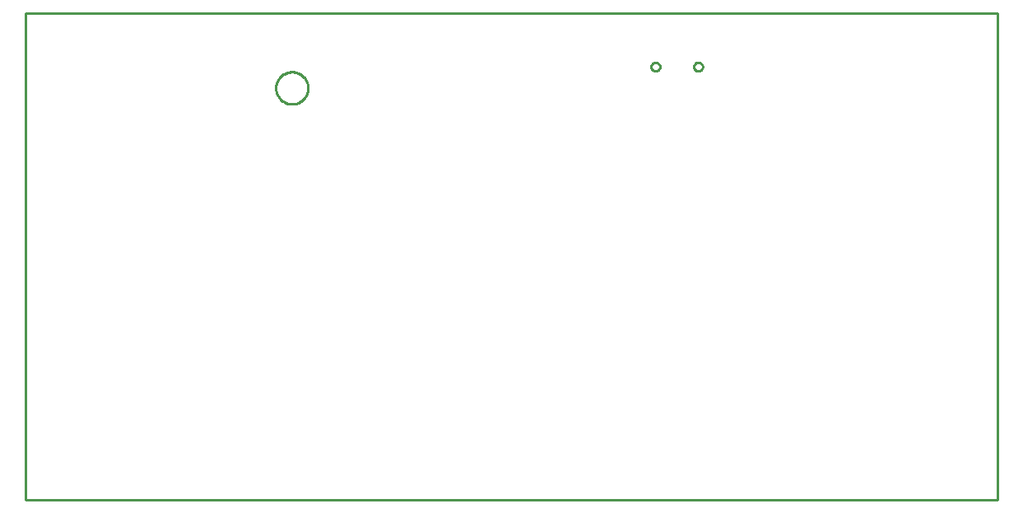
<source format=gbr>
G04 EAGLE Gerber RS-274X export*
G75*
%MOMM*%
%FSLAX34Y34*%
%LPD*%
%IN*%
%IPPOS*%
%AMOC8*
5,1,8,0,0,1.08239X$1,22.5*%
G01*
%ADD10C,0.254000*%


D10*
X0Y0D02*
X1000000Y0D01*
X1000000Y500000D01*
X0Y500000D01*
X0Y0D01*
X290510Y422620D02*
X290439Y421541D01*
X290298Y420469D01*
X290087Y419409D01*
X289808Y418365D01*
X289460Y417341D01*
X289046Y416343D01*
X288568Y415373D01*
X288028Y414437D01*
X287427Y413538D01*
X286769Y412681D01*
X286057Y411868D01*
X285292Y411104D01*
X284479Y410391D01*
X283622Y409733D01*
X282723Y409132D01*
X281787Y408592D01*
X280817Y408114D01*
X279819Y407700D01*
X278795Y407352D01*
X277751Y407073D01*
X276691Y406862D01*
X275619Y406721D01*
X274540Y406650D01*
X273460Y406650D01*
X272381Y406721D01*
X271309Y406862D01*
X270249Y407073D01*
X269205Y407352D01*
X268181Y407700D01*
X267183Y408114D01*
X266213Y408592D01*
X265277Y409132D01*
X264378Y409733D01*
X263521Y410391D01*
X262708Y411104D01*
X261944Y411868D01*
X261231Y412681D01*
X260573Y413538D01*
X259972Y414437D01*
X259432Y415373D01*
X258954Y416343D01*
X258540Y417341D01*
X258192Y418365D01*
X257913Y419409D01*
X257702Y420469D01*
X257561Y421541D01*
X257490Y422620D01*
X257490Y423700D01*
X257561Y424779D01*
X257702Y425851D01*
X257913Y426911D01*
X258192Y427955D01*
X258540Y428979D01*
X258954Y429977D01*
X259432Y430947D01*
X259972Y431883D01*
X260573Y432782D01*
X261231Y433639D01*
X261944Y434452D01*
X262708Y435217D01*
X263521Y435929D01*
X264378Y436587D01*
X265277Y437188D01*
X266213Y437728D01*
X267183Y438206D01*
X268181Y438620D01*
X269205Y438968D01*
X270249Y439247D01*
X271309Y439458D01*
X272381Y439599D01*
X273460Y439670D01*
X274540Y439670D01*
X275619Y439599D01*
X276691Y439458D01*
X277751Y439247D01*
X278795Y438968D01*
X279819Y438620D01*
X280817Y438206D01*
X281787Y437728D01*
X282723Y437188D01*
X283622Y436587D01*
X284479Y435929D01*
X285292Y435217D01*
X286057Y434452D01*
X286769Y433639D01*
X287427Y432782D01*
X288028Y431883D01*
X288568Y430947D01*
X289046Y429977D01*
X289460Y428979D01*
X289808Y427955D01*
X290087Y426911D01*
X290298Y425851D01*
X290439Y424779D01*
X290510Y423700D01*
X290510Y422620D01*
X691705Y440500D02*
X691120Y440577D01*
X690550Y440730D01*
X690005Y440955D01*
X689495Y441250D01*
X689027Y441609D01*
X688609Y442027D01*
X688250Y442495D01*
X687955Y443005D01*
X687730Y443550D01*
X687577Y444120D01*
X687500Y444705D01*
X687500Y445295D01*
X687577Y445880D01*
X687730Y446450D01*
X687955Y446995D01*
X688250Y447505D01*
X688609Y447973D01*
X689027Y448391D01*
X689495Y448750D01*
X690005Y449045D01*
X690550Y449270D01*
X691120Y449423D01*
X691705Y449500D01*
X692295Y449500D01*
X692880Y449423D01*
X693450Y449270D01*
X693995Y449045D01*
X694505Y448750D01*
X694973Y448391D01*
X695391Y447973D01*
X695750Y447505D01*
X696045Y446995D01*
X696270Y446450D01*
X696423Y445880D01*
X696500Y445295D01*
X696500Y444705D01*
X696423Y444120D01*
X696270Y443550D01*
X696045Y443005D01*
X695750Y442495D01*
X695391Y442027D01*
X694973Y441609D01*
X694505Y441250D01*
X693995Y440955D01*
X693450Y440730D01*
X692880Y440577D01*
X692295Y440500D01*
X691705Y440500D01*
X647705Y440500D02*
X647120Y440577D01*
X646550Y440730D01*
X646005Y440955D01*
X645495Y441250D01*
X645027Y441609D01*
X644609Y442027D01*
X644250Y442495D01*
X643955Y443005D01*
X643730Y443550D01*
X643577Y444120D01*
X643500Y444705D01*
X643500Y445295D01*
X643577Y445880D01*
X643730Y446450D01*
X643955Y446995D01*
X644250Y447505D01*
X644609Y447973D01*
X645027Y448391D01*
X645495Y448750D01*
X646005Y449045D01*
X646550Y449270D01*
X647120Y449423D01*
X647705Y449500D01*
X648295Y449500D01*
X648880Y449423D01*
X649450Y449270D01*
X649995Y449045D01*
X650505Y448750D01*
X650973Y448391D01*
X651391Y447973D01*
X651750Y447505D01*
X652045Y446995D01*
X652270Y446450D01*
X652423Y445880D01*
X652500Y445295D01*
X652500Y444705D01*
X652423Y444120D01*
X652270Y443550D01*
X652045Y443005D01*
X651750Y442495D01*
X651391Y442027D01*
X650973Y441609D01*
X650505Y441250D01*
X649995Y440955D01*
X649450Y440730D01*
X648880Y440577D01*
X648295Y440500D01*
X647705Y440500D01*
M02*

</source>
